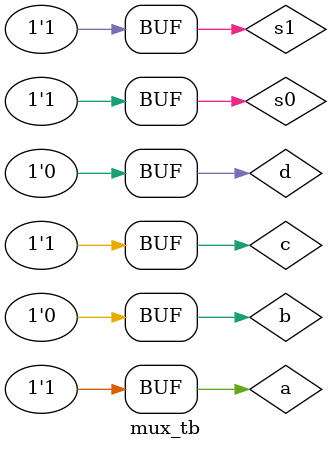
<source format=v>


module mux_tb();
reg a,b,c,d,s0,s1;
wire y;
mux4x1behavioural dut(.a(a),.b(b),.c(c),.d(d),.y(y),.s0(s0),.s1(s1));
initial begin 
a=1;
b=0;
c=1;
d=0;
s0=1'b0;
s1=1'b0;
#20
s0=1'b0;
s1=1'b1;
#20
s0=1'b1;
s1=1'b0;
#20
s0=1'b1;
s1=1'b1;
#20;
end
endmodule

</source>
